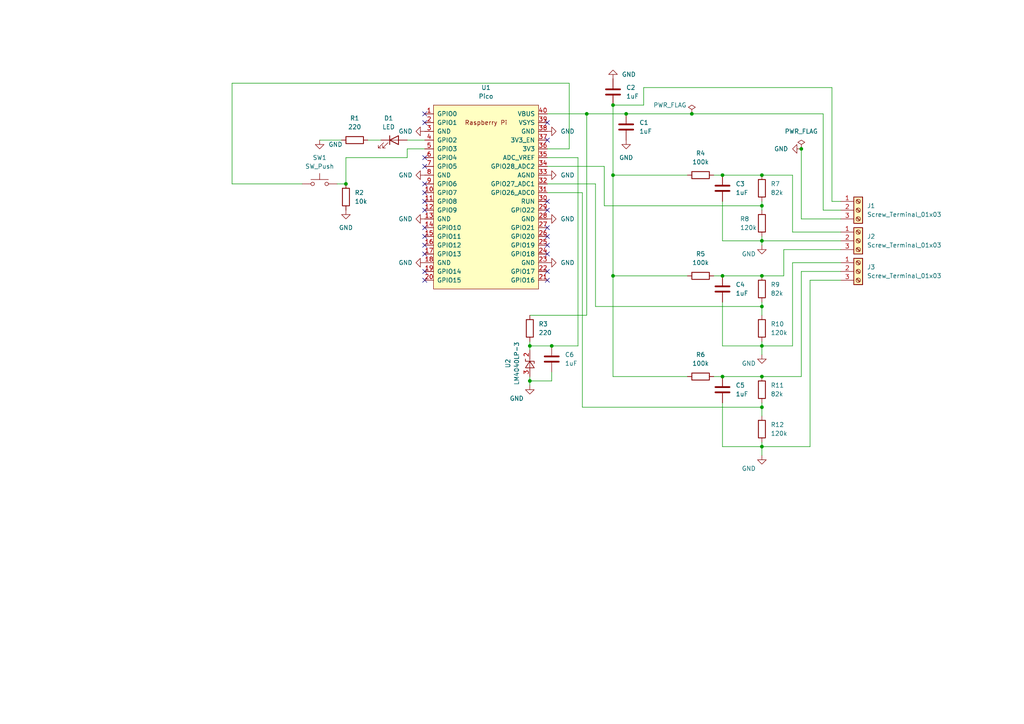
<source format=kicad_sch>
(kicad_sch (version 20211123) (generator eeschema)
  (paper "A4")
  (lib_symbols
    (symbol "Connector:Screw_Terminal_01x03" (pin_names (offset 1.016) hide)
      (property "Reference" "J" (at 0 5.08 0))
      (property "Value" "Screw_Terminal_01x03" (at 0 -5.08 0))
      (symbol "Screw_Terminal_01x03_1_1"
        (rectangle (start -1.27 3.81) (end 1.27 -3.81) (stroke (width 0.254)) (fill (type background)))
        (circle (center 0 -2.54) (radius 0.635) (stroke (width 0.1524)))
        (polyline (pts (xy -0.5334 -2.2098) (xy 0.3302 -3.048)) (stroke (width 0.1524)))
        (polyline (pts (xy -0.5334 0.3302) (xy 0.3302 -0.508)) (stroke (width 0.1524)))
        (polyline (pts (xy -0.5334 2.8702) (xy 0.3302 2.032)) (stroke (width 0.1524)))
        (polyline (pts (xy -0.3556 -2.032) (xy 0.508 -2.8702)) (stroke (width 0.1524)))
        (polyline (pts (xy -0.3556 0.508) (xy 0.508 -0.3302)) (stroke (width 0.1524)))
        (polyline (pts (xy -0.3556 3.048) (xy 0.508 2.2098)) (stroke (width 0.1524)))
        (circle (center 0 0) (radius 0.635) (stroke (width 0.1524)))
        (circle (center 0 2.54) (radius 0.635) (stroke (width 0.1524)))
        (pin passive line (at -5.08 2.54 0) (length 3.81) (name "Pin_1") (number "1"))
        (pin passive line (at -5.08 0 0) (length 3.81) (name "Pin_2") (number "2"))
        (pin passive line (at -5.08 -2.54 0) (length 3.81) (name "Pin_3") (number "3"))
      )
    )
    (symbol "Device:C" (pin_numbers hide) (pin_names (offset 0.254))
      (property "Reference" "C" (at 0.635 2.54 0))
      (property "Value" "C" (at 0.635 -2.54 0))
      (symbol "C_0_1"
        (polyline (pts (xy -2.032 -0.762) (xy 2.032 -0.762)) (stroke (width 0.508)))
        (polyline (pts (xy -2.032 0.762) (xy 2.032 0.762)) (stroke (width 0.508)))
      )
      (symbol "C_1_1"
        (pin passive line (at 0 3.81 270) (length 2.794) (name "~") (number "1"))
        (pin passive line (at 0 -3.81 90) (length 2.794) (name "~") (number "2"))
      )
    )
    (symbol "Device:LED" (pin_numbers hide) (pin_names (offset 1.016) hide)
      (property "Reference" "D" (at 0 2.54 0))
      (property "Value" "LED" (at 0 -2.54 0))
      (symbol "LED_0_1"
        (polyline (pts (xy -1.27 -1.27) (xy -1.27 1.27)) (stroke (width 0.254)))
        (polyline (pts (xy -1.27 0) (xy 1.27 0)))
        (polyline (pts (xy 1.27 -1.27) (xy 1.27 1.27) (xy -1.27 0) (xy 1.27 -1.27)) (stroke (width 0.254)))
        (polyline (pts (xy -3.048 -0.762) (xy -4.572 -2.286) (xy -3.81 -2.286) (xy -4.572 -2.286) (xy -4.572 -1.524)))
        (polyline (pts (xy -1.778 -0.762) (xy -3.302 -2.286) (xy -2.54 -2.286) (xy -3.302 -2.286) (xy -3.302 -1.524)))
      )
      (symbol "LED_1_1"
        (pin passive line (at -3.81 0 0) (length 2.54) (name "K") (number "1"))
        (pin passive line (at 3.81 0 180) (length 2.54) (name "A") (number "2"))
      )
    )
    (symbol "Device:R" (pin_numbers hide) (pin_names (offset 0))
      (property "Reference" "R" (at 2.032 0 90))
      (property "Value" "R" (at 0 0 90))
      (symbol "R_0_1"
        (rectangle (start -1.016 -2.54) (end 1.016 2.54) (stroke (width 0.254)))
      )
      (symbol "R_1_1"
        (pin passive line (at 0 3.81 270) (length 1.27) (name "~") (number "1"))
        (pin passive line (at 0 -3.81 90) (length 1.27) (name "~") (number "2"))
      )
    )
    (symbol "MCU_RaspberryPi_and_Boards:Pico" (pin_names (offset 1.016))
      (property "Reference" "U1" (at 0 31.75 0))
      (property "Value" "Pico" (at 0 29.21 0))
      (symbol "Pico_0_0"
        (text "Raspberry Pi" (at 0 21.59 0) (effects (font (size 1.27 1.27))))
      )
      (symbol "Pico_0_1"
        (rectangle (start -15.24 26.67) (end 15.24 -26.67) (fill (type background)))
      )
      (symbol "Pico_1_1"
        (pin bidirectional line (at -17.78 24.13 0) (length 2.54) (name "GPIO0") (number "1"))
        (pin bidirectional line (at -17.78 1.27 0) (length 2.54) (name "GPIO7") (number "10"))
        (pin bidirectional line (at -17.78 -1.27 0) (length 2.54) (name "GPIO8") (number "11"))
        (pin bidirectional line (at -17.78 -3.81 0) (length 2.54) (name "GPIO9") (number "12"))
        (pin power_in line (at -17.78 -6.35 0) (length 2.54) (name "GND") (number "13"))
        (pin bidirectional line (at -17.78 -8.89 0) (length 2.54) (name "GPIO10") (number "14"))
        (pin bidirectional line (at -17.78 -11.43 0) (length 2.54) (name "GPIO11") (number "15"))
        (pin bidirectional line (at -17.78 -13.97 0) (length 2.54) (name "GPIO12") (number "16"))
        (pin bidirectional line (at -17.78 -16.51 0) (length 2.54) (name "GPIO13") (number "17"))
        (pin power_in line (at -17.78 -19.05 0) (length 2.54) (name "GND") (number "18"))
        (pin bidirectional line (at -17.78 -21.59 0) (length 2.54) (name "GPIO14") (number "19"))
        (pin bidirectional line (at -17.78 21.59 0) (length 2.54) (name "GPIO1") (number "2"))
        (pin bidirectional line (at -17.78 -24.13 0) (length 2.54) (name "GPIO15") (number "20"))
        (pin bidirectional line (at 17.78 -24.13 180) (length 2.54) (name "GPIO16") (number "21"))
        (pin bidirectional line (at 17.78 -21.59 180) (length 2.54) (name "GPIO17") (number "22"))
        (pin power_in line (at 17.78 -19.05 180) (length 2.54) (name "GND") (number "23"))
        (pin bidirectional line (at 17.78 -16.51 180) (length 2.54) (name "GPIO18") (number "24"))
        (pin bidirectional line (at 17.78 -13.97 180) (length 2.54) (name "GPIO19") (number "25"))
        (pin bidirectional line (at 17.78 -11.43 180) (length 2.54) (name "GPIO20") (number "26"))
        (pin bidirectional line (at 17.78 -8.89 180) (length 2.54) (name "GPIO21") (number "27"))
        (pin power_in line (at 17.78 -6.35 180) (length 2.54) (name "GND") (number "28"))
        (pin bidirectional line (at 17.78 -3.81 180) (length 2.54) (name "GPIO22") (number "29"))
        (pin power_in line (at -17.78 19.05 0) (length 2.54) (name "GND") (number "3"))
        (pin input line (at 17.78 -1.27 180) (length 2.54) (name "RUN") (number "30"))
        (pin bidirectional line (at 17.78 1.27 180) (length 2.54) (name "GPIO26_ADC0") (number "31"))
        (pin bidirectional line (at 17.78 3.81 180) (length 2.54) (name "GPIO27_ADC1") (number "32"))
        (pin power_in line (at 17.78 6.35 180) (length 2.54) (name "AGND") (number "33"))
        (pin bidirectional line (at 17.78 8.89 180) (length 2.54) (name "GPIO28_ADC2") (number "34"))
        (pin input line (at 17.78 11.43 180) (length 2.54) (name "ADC_VREF") (number "35"))
        (pin output line (at 17.78 13.97 180) (length 2.54) (name "3V3") (number "36"))
        (pin input line (at 17.78 16.51 180) (length 2.54) (name "3V3_EN") (number "37"))
        (pin bidirectional line (at 17.78 19.05 180) (length 2.54) (name "GND") (number "38"))
        (pin output line (at 17.78 21.59 180) (length 2.54) (name "VSYS") (number "39"))
        (pin bidirectional line (at -17.78 16.51 0) (length 2.54) (name "GPIO2") (number "4"))
        (pin power_in line (at 17.78 24.13 180) (length 2.54) (name "VBUS") (number "40"))
        (pin bidirectional line (at -17.78 13.97 0) (length 2.54) (name "GPIO3") (number "5"))
        (pin bidirectional line (at -17.78 11.43 0) (length 2.54) (name "GPIO4") (number "6"))
        (pin bidirectional line (at -17.78 8.89 0) (length 2.54) (name "GPIO5") (number "7"))
        (pin power_in line (at -17.78 6.35 0) (length 2.54) (name "GND") (number "8"))
        (pin bidirectional line (at -17.78 3.81 0) (length 2.54) (name "GPIO6") (number "9"))
      )
    )
    (symbol "PWR_FLAG_1" (power) (pin_numbers hide) (pin_names (offset 0) hide)
      (property "Value" "PWR_FLAG_1" (at 0 3.81 0))
      (symbol "PWR_FLAG_1_0_0"
        (pin power_out line (at 0 0 90) (length 0) (name "pwr") (number "1"))
      )
      (symbol "PWR_FLAG_1_0_1"
        (polyline (pts (xy 0 0) (xy 0 1.27) (xy -1.016 1.905) (xy 0 2.54) (xy 1.016 1.905) (xy 0 1.27)))
      )
    )
    (symbol "Reference_Voltage:LM4040LP-3" (pin_names (offset 0.0254) hide)
      (property "Reference" "U" (at 0 2.54 0))
      (property "Value" "LM4040LP-3" (at 0 -3.175 0))
      (symbol "LM4040LP-3_0_1"
        (polyline (pts (xy -1.27 0) (xy 0 0) (xy 1.27 0)))
        (polyline (pts (xy -1.27 -1.27) (xy 0.635 0) (xy -1.27 1.27) (xy -1.27 -1.27)) (stroke (width 0.2032)))
        (polyline (pts (xy 0 -1.27) (xy 0.635 -1.27) (xy 0.635 1.27) (xy 1.27 1.27)) (stroke (width 0.2032)))
      )
      (symbol "LM4040LP-3_1_1"
        (pin passive line (at 3.81 0 180) (length 2.54) (name "K") (number "2"))
        (pin passive line (at -3.81 0 0) (length 2.54) (name "A") (number "3"))
      )
    )
    (symbol "Switch:SW_Push" (pin_numbers hide) (pin_names (offset 1.016) hide)
      (property "Reference" "SW" (at 1.27 2.54 0))
      (property "Value" "SW_Push" (at 0 -1.524 0))
      (symbol "SW_Push_0_1"
        (circle (center -2.032 0) (radius 0.508))
        (polyline (pts (xy 0 1.27) (xy 0 3.048)))
        (polyline (pts (xy 2.54 1.27) (xy -2.54 1.27)))
        (circle (center 2.032 0) (radius 0.508))
        (pin passive line (at -5.08 0 0) (length 2.54) (name "1") (number "1"))
        (pin passive line (at 5.08 0 180) (length 2.54) (name "2") (number "2"))
      )
    )
    (symbol "power:GND" (power) (pin_names (offset 0))
      (property "Value" "GND" (at 0 -3.81 0))
      (symbol "GND_0_1"
        (polyline (pts (xy 0 0) (xy 0 -1.27) (xy 1.27 -1.27) (xy 0 -2.54) (xy -1.27 -1.27) (xy 0 -1.27)))
      )
      (symbol "GND_1_1"
        (pin power_in line (at 0 0 270) (length 0) hide (name "GND") (number "1"))
      )
    )
    (symbol "power:PWR_FLAG" (power) (pin_numbers hide) (pin_names (offset 0) hide)
      (property "Value" "PWR_FLAG" (at 0 3.81 0))
      (symbol "PWR_FLAG_0_0"
        (pin power_out line (at 0 0 90) (length 0) (name "pwr") (number "1"))
      )
      (symbol "PWR_FLAG_0_1"
        (polyline (pts (xy 0 0) (xy 0 1.27) (xy -1.016 1.905) (xy 0 2.54) (xy 1.016 1.905) (xy 0 1.27)))
      )
    )
  )
  (junction (at 153.67 110.49))
  (junction (at 232.41 43.18))
  (junction (at 220.98 50.8))
  (junction (at 177.8 30.48))
  (junction (at 220.98 69.85))
  (junction (at 220.98 80.01))
  (junction (at 209.55 50.8))
  (junction (at 200.66 33.02))
  (junction (at 220.98 109.22))
  (junction (at 209.55 80.01))
  (junction (at 220.98 118.11))
  (junction (at 177.8 50.8))
  (junction (at 177.8 80.01))
  (junction (at 160.02 100.33))
  (junction (at 181.61 33.02))
  (junction (at 220.98 88.9))
  (junction (at 153.67 100.33))
  (junction (at 170.18 33.02))
  (junction (at 220.98 59.69))
  (junction (at 220.98 100.33))
  (junction (at 209.55 109.22))
  (junction (at 100.33 53.34))
  (junction (at 220.98 129.54))
  (no_connect (at 123.19 33.02))
  (no_connect (at 158.75 60.96))
  (no_connect (at 158.75 78.74))
  (no_connect (at 123.19 45.72))
  (no_connect (at 158.75 35.56))
  (no_connect (at 123.19 66.04))
  (no_connect (at 158.75 81.28))
  (no_connect (at 158.75 58.42))
  (no_connect (at 123.19 48.26))
  (no_connect (at 158.75 66.04))
  (no_connect (at 123.19 55.88))
  (no_connect (at 123.19 53.34))
  (no_connect (at 123.19 73.66))
  (no_connect (at 123.19 58.42))
  (no_connect (at 123.19 81.28))
  (no_connect (at 123.19 60.96))
  (no_connect (at 158.75 71.12))
  (no_connect (at 123.19 68.58))
  (no_connect (at 123.19 35.56))
  (no_connect (at 123.19 78.74))
  (no_connect (at 158.75 68.58))
  (no_connect (at 158.75 73.66))
  (no_connect (at 158.75 40.64))
  (no_connect (at 123.19 71.12))
  (wire (pts (xy 118.11 45.72) (xy 100.33 45.72)))
  (wire (pts (xy 220.98 59.69) (xy 175.26 59.69)))
  (wire (pts (xy 118.11 43.18) (xy 118.11 45.72)))
  (wire (pts (xy 243.84 78.74) (xy 232.41 78.74)))
  (wire (pts (xy 186.69 30.48) (xy 186.69 25.4)))
  (wire (pts (xy 158.75 33.02) (xy 170.18 33.02)))
  (wire (pts (xy 153.67 91.44) (xy 170.18 91.44)))
  (wire (pts (xy 172.72 53.34) (xy 158.75 53.34)))
  (wire (pts (xy 220.98 88.9) (xy 172.72 88.9)))
  (wire (pts (xy 238.76 33.02) (xy 200.66 33.02)))
  (wire (pts (xy 220.98 59.69) (xy 220.98 60.96)))
  (wire (pts (xy 160.02 110.49) (xy 153.67 110.49)))
  (wire (pts (xy 209.55 69.85) (xy 209.55 58.42)))
  (wire (pts (xy 243.84 63.5) (xy 232.41 63.5)))
  (wire (pts (xy 207.01 109.22) (xy 209.55 109.22)))
  (wire (pts (xy 220.98 50.8) (xy 229.87 50.8)))
  (wire (pts (xy 220.98 87.63) (xy 220.98 88.9)))
  (wire (pts (xy 181.61 33.02) (xy 200.66 33.02)))
  (wire (pts (xy 220.98 69.85) (xy 209.55 69.85)))
  (wire (pts (xy 158.75 43.18) (xy 165.1 43.18)))
  (wire (pts (xy 175.26 59.69) (xy 175.26 48.26)))
  (wire (pts (xy 153.67 100.33) (xy 160.02 100.33)))
  (wire (pts (xy 220.98 88.9) (xy 220.98 91.44)))
  (wire (pts (xy 168.91 55.88) (xy 158.75 55.88)))
  (wire (pts (xy 100.33 45.72) (xy 100.33 53.34)))
  (wire (pts (xy 238.76 60.96) (xy 238.76 33.02)))
  (wire (pts (xy 170.18 33.02) (xy 181.61 33.02)))
  (wire (pts (xy 232.41 63.5) (xy 232.41 43.18)))
  (wire (pts (xy 106.68 40.64) (xy 110.49 40.64)))
  (wire (pts (xy 227.33 72.39) (xy 227.33 80.01)))
  (wire (pts (xy 199.39 109.22) (xy 177.8 109.22)))
  (wire (pts (xy 92.71 40.64) (xy 99.06 40.64)))
  (wire (pts (xy 177.8 80.01) (xy 177.8 50.8)))
  (wire (pts (xy 160.02 100.33) (xy 167.64 100.33)))
  (wire (pts (xy 175.26 48.26) (xy 158.75 48.26)))
  (wire (pts (xy 241.3 25.4) (xy 241.3 58.42)))
  (wire (pts (xy 168.91 118.11) (xy 168.91 55.88)))
  (wire (pts (xy 229.87 67.31) (xy 243.84 67.31)))
  (wire (pts (xy 186.69 25.4) (xy 241.3 25.4)))
  (wire (pts (xy 207.01 50.8) (xy 209.55 50.8)))
  (wire (pts (xy 220.98 69.85) (xy 220.98 71.12)))
  (wire (pts (xy 243.84 72.39) (xy 227.33 72.39)))
  (wire (pts (xy 229.87 76.2) (xy 229.87 100.33)))
  (wire (pts (xy 153.67 110.49) (xy 153.67 111.76)))
  (wire (pts (xy 232.41 109.22) (xy 220.98 109.22)))
  (wire (pts (xy 209.55 109.22) (xy 220.98 109.22)))
  (wire (pts (xy 207.01 80.01) (xy 209.55 80.01)))
  (wire (pts (xy 177.8 50.8) (xy 199.39 50.8)))
  (wire (pts (xy 220.98 129.54) (xy 220.98 132.08)))
  (wire (pts (xy 220.98 69.85) (xy 243.84 69.85)))
  (wire (pts (xy 220.98 99.06) (xy 220.98 100.33)))
  (wire (pts (xy 177.8 109.22) (xy 177.8 80.01)))
  (wire (pts (xy 243.84 60.96) (xy 238.76 60.96)))
  (wire (pts (xy 227.33 80.01) (xy 220.98 80.01)))
  (wire (pts (xy 220.98 118.11) (xy 168.91 118.11)))
  (wire (pts (xy 172.72 88.9) (xy 172.72 53.34)))
  (wire (pts (xy 209.55 87.63) (xy 209.55 100.33)))
  (wire (pts (xy 209.55 129.54) (xy 209.55 116.84)))
  (wire (pts (xy 153.67 100.33) (xy 153.67 101.6)))
  (wire (pts (xy 241.3 58.42) (xy 243.84 58.42)))
  (wire (pts (xy 97.79 53.34) (xy 100.33 53.34)))
  (wire (pts (xy 220.98 118.11) (xy 220.98 120.65)))
  (wire (pts (xy 123.19 43.18) (xy 118.11 43.18)))
  (wire (pts (xy 220.98 100.33) (xy 220.98 102.87)))
  (wire (pts (xy 170.18 91.44) (xy 170.18 33.02)))
  (wire (pts (xy 243.84 76.2) (xy 229.87 76.2)))
  (wire (pts (xy 220.98 129.54) (xy 209.55 129.54)))
  (wire (pts (xy 209.55 80.01) (xy 220.98 80.01)))
  (wire (pts (xy 234.95 129.54) (xy 220.98 129.54)))
  (wire (pts (xy 234.95 81.28) (xy 234.95 129.54)))
  (wire (pts (xy 167.64 100.33) (xy 167.64 45.72)))
  (wire (pts (xy 243.84 81.28) (xy 234.95 81.28)))
  (wire (pts (xy 167.64 45.72) (xy 158.75 45.72)))
  (wire (pts (xy 232.41 78.74) (xy 232.41 109.22)))
  (wire (pts (xy 67.31 53.34) (xy 87.63 53.34)))
  (wire (pts (xy 177.8 50.8) (xy 177.8 30.48)))
  (wire (pts (xy 165.1 43.18) (xy 165.1 24.13)))
  (wire (pts (xy 220.98 58.42) (xy 220.98 59.69)))
  (wire (pts (xy 177.8 30.48) (xy 186.69 30.48)))
  (wire (pts (xy 220.98 116.84) (xy 220.98 118.11)))
  (wire (pts (xy 67.31 24.13) (xy 67.31 53.34)))
  (wire (pts (xy 118.11 40.64) (xy 123.19 40.64)))
  (wire (pts (xy 209.55 50.8) (xy 220.98 50.8)))
  (wire (pts (xy 153.67 109.22) (xy 153.67 110.49)))
  (wire (pts (xy 165.1 24.13) (xy 67.31 24.13)))
  (wire (pts (xy 153.67 99.06) (xy 153.67 100.33)))
  (wire (pts (xy 160.02 107.95) (xy 160.02 110.49)))
  (wire (pts (xy 220.98 68.58) (xy 220.98 69.85)))
  (wire (pts (xy 177.8 80.01) (xy 199.39 80.01)))
  (wire (pts (xy 209.55 100.33) (xy 220.98 100.33)))
  (wire (pts (xy 220.98 100.33) (xy 229.87 100.33)))
  (wire (pts (xy 229.87 50.8) (xy 229.87 67.31)))
  (wire (pts (xy 220.98 128.27) (xy 220.98 129.54)))
  (symbol (lib_id "power:GND") (at 220.98 132.08 0) (unit 1)
    (property "Reference" "#PWR017" (effects hide))
    (property "Value" "GND" (at 217.17 135.89 0))
  )
  (symbol (lib_id "power:GND") (at 123.19 38.1 270) (unit 1)
    (property "Reference" "#PWR03" (effects hide))
    (property "Value" "GND" (at 115.57 38.1 90) (effects (justify left)))
  )
  (symbol (lib_id "Device:R") (at 100.33 57.15 0) (unit 1)
    (property "Reference" "R2" (at 102.87 55.8799 0) (effects (justify left)))
    (property "Value" "10k" (at 102.87 58.4199 0) (effects (justify left)))
    (property "Footprint" "Resistor_SMD:R_1206_3216Metric_Pad1.30x1.75mm_HandSolder" (effects hide))
  )
  (symbol (lib_id "Device:C") (at 181.61 36.83 0) (unit 1)
    (property "Reference" "C1" (at 185.42 35.5599 0) (effects (justify left)))
    (property "Value" "1uF" (at 185.42 38.0999 0) (effects (justify left)))
    (property "Footprint" "Capacitor_SMD:C_1206_3216Metric_Pad1.33x1.80mm_HandSolder" (effects hide))
  )
  (symbol (lib_id "MCU_RaspberryPi_and_Boards:Pico") (at 140.97 57.15 0) (unit 1)
    (property "Reference" "U1" (at 140.97 25.4 0))
    (property "Value" "Pico" (at 140.97 27.94 0))
    (property "Footprint" "MCU_RaspberryPi_and_Boards:RPi_Pico_SMD_TH" (effects hide))
  )
  (symbol (lib_id "power:GND") (at 158.75 50.8 90) (unit 1)
    (property "Reference" "#PWR08" (effects hide))
    (property "Value" "GND" (at 162.56 50.7999 90) (effects (justify right)))
  )
  (symbol (lib_id "power:GND") (at 220.98 102.87 0) (unit 1)
    (property "Reference" "#PWR016" (effects hide))
    (property "Value" "GND" (at 217.17 105.41 0))
  )
  (symbol (lib_id "power:GND") (at 92.71 40.64 0) (unit 1)
    (property "Reference" "#PWR01" (effects hide))
    (property "Value" "GND" (at 95.25 41.9099 0) (effects (justify left)))
  )
  (symbol (lib_id "power:GND") (at 123.19 50.8 270) (unit 1)
    (property "Reference" "#PWR04" (effects hide))
    (property "Value" "GND" (at 115.57 50.8 90) (effects (justify left)))
  )
  (symbol (lib_id "Connector:Screw_Terminal_01x03") (at 248.92 69.85 0) (unit 1)
    (property "Reference" "J2" (at 251.46 68.5799 0) (effects (justify left)))
    (property "Value" "Screw_Terminal_01x03" (at 251.46 71.1199 0) (effects (justify left)))
    (property "Footprint" "TerminalBlock:TerminalBlock_bornier-3_P5.08mm" (effects hide))
  )
  (symbol (lib_id "power:PWR_FLAG") (at 200.66 33.02 0) (unit 1)
    (property "Reference" "#FLG02" (effects hide))
    (property "Value" "PWR_FLAG" (at 194.31 30.48 0))
  )
  (symbol (lib_id "Device:R") (at 153.67 95.25 0) (unit 1)
    (property "Reference" "R3" (at 156.21 93.9799 0) (effects (justify left)))
    (property "Value" "220" (at 156.21 96.5199 0) (effects (justify left)))
    (property "Footprint" "Resistor_SMD:R_1206_3216Metric_Pad1.30x1.75mm_HandSolder" (effects hide))
  )
  (symbol (lib_id "power:GND") (at 123.19 76.2 270) (unit 1)
    (property "Reference" "#PWR06" (effects hide))
    (property "Value" "GND" (at 115.57 76.2 90) (effects (justify left)))
  )
  (symbol (lib_id "Device:C") (at 177.8 26.67 0) (unit 1)
    (property "Reference" "C2" (at 181.61 25.3999 0) (effects (justify left)))
    (property "Value" "1uF" (at 181.61 27.9399 0) (effects (justify left)))
    (property "Footprint" "Capacitor_SMD:C_1206_3216Metric_Pad1.33x1.80mm_HandSolder" (effects hide))
  )
  (symbol (lib_id "power:GND") (at 153.67 111.76 0) (unit 1)
    (property "Reference" "#PWR013" (effects hide))
    (property "Value" "GND" (at 149.86 115.57 0))
  )
  (symbol (lib_id "Device:R") (at 220.98 54.61 0) (unit 1)
    (property "Reference" "R7" (at 223.52 53.3399 0) (effects (justify left)))
    (property "Value" "82k" (at 223.52 55.8799 0) (effects (justify left)))
    (property "Footprint" "Resistor_SMD:R_1206_3216Metric_Pad1.30x1.75mm_HandSolder" (effects hide))
  )
  (symbol (lib_id "Device:C") (at 209.55 83.82 0) (unit 1)
    (property "Reference" "C4" (at 213.36 82.5499 0) (effects (justify left)))
    (property "Value" "1uF" (at 213.36 85.0899 0) (effects (justify left)))
    (property "Footprint" "Capacitor_SMD:C_1206_3216Metric_Pad1.33x1.80mm_HandSolder" (effects hide))
  )
  (symbol (lib_id "Device:C") (at 209.55 113.03 0) (unit 1)
    (property "Reference" "C5" (at 213.36 111.7599 0) (effects (justify left)))
    (property "Value" "1uF" (at 213.36 114.2999 0) (effects (justify left)))
    (property "Footprint" "Capacitor_SMD:C_1206_3216Metric_Pad1.33x1.80mm_HandSolder" (effects hide))
  )
  (symbol (lib_id "power:GND") (at 220.98 71.12 0) (unit 1)
    (property "Reference" "#PWR015" (effects hide))
    (property "Value" "GND" (at 217.17 73.66 0))
  )
  (symbol (lib_id "power:GND") (at 123.19 63.5 270) (unit 1)
    (property "Reference" "#PWR05" (effects hide))
    (property "Value" "GND" (at 115.57 63.5 90) (effects (justify left)))
  )
  (symbol (lib_id "Device:R") (at 102.87 40.64 90) (unit 1)
    (property "Reference" "R1" (at 102.87 34.29 90))
    (property "Value" "220" (at 102.87 36.83 90))
    (property "Footprint" "Resistor_SMD:R_1206_3216Metric_Pad1.30x1.75mm_HandSolder" (effects hide))
  )
  (symbol (lib_id "Device:R") (at 220.98 64.77 0) (unit 1)
    (property "Reference" "R8" (at 214.63 63.5 0) (effects (justify left)))
    (property "Value" "120k" (at 214.63 66.04 0) (effects (justify left)))
    (property "Footprint" "Resistor_SMD:R_1206_3216Metric_Pad1.30x1.75mm_HandSolder" (effects hide))
  )
  (symbol (lib_id "Connector:Screw_Terminal_01x03") (at 248.92 60.96 0) (unit 1)
    (property "Reference" "J1" (at 251.46 59.6899 0) (effects (justify left)))
    (property "Value" "Screw_Terminal_01x03" (at 251.46 62.2299 0) (effects (justify left)))
    (property "Footprint" "TerminalBlock:TerminalBlock_bornier-3_P5.08mm" (effects hide))
  )
  (symbol (lib_id "Device:R") (at 220.98 124.46 0) (unit 1)
    (property "Reference" "R12" (at 223.52 123.1899 0) (effects (justify left)))
    (property "Value" "120k" (at 223.52 125.7299 0) (effects (justify left)))
    (property "Footprint" "Resistor_SMD:R_1206_3216Metric_Pad1.30x1.75mm_HandSolder" (effects hide))
  )
  (symbol (lib_id "Device:C") (at 160.02 104.14 0) (unit 1)
    (property "Reference" "C6" (at 163.83 102.8699 0) (effects (justify left)))
    (property "Value" "1uF" (at 163.83 105.4099 0) (effects (justify left)))
    (property "Footprint" "Capacitor_SMD:C_1206_3216Metric_Pad1.33x1.80mm_HandSolder" (effects hide))
  )
  (symbol (lib_id "Device:C") (at 209.55 54.61 0) (unit 1)
    (property "Reference" "C3" (at 213.36 53.3399 0) (effects (justify left)))
    (property "Value" "1uF" (at 213.36 55.8799 0) (effects (justify left)))
    (property "Footprint" "Capacitor_SMD:C_1206_3216Metric_Pad1.33x1.80mm_HandSolder" (effects hide))
  )
  (symbol (lib_id "Switch:SW_Push") (at 92.71 53.34 0) (unit 1)
    (property "Reference" "SW1" (at 92.71 45.72 0))
    (property "Value" "SW_Push" (at 92.71 48.26 0))
    (property "Footprint" "Button_Switch_THT:SW_PUSH_6mm" (effects hide))
  )
  (symbol (lib_id "Connector:Screw_Terminal_01x03") (at 248.92 78.74 0) (unit 1)
    (property "Reference" "J3" (at 251.46 77.4699 0) (effects (justify left)))
    (property "Value" "Screw_Terminal_01x03" (at 251.46 80.0099 0) (effects (justify left)))
    (property "Footprint" "TerminalBlock:TerminalBlock_bornier-3_P5.08mm" (effects hide))
  )
  (symbol (lib_id "power:GND") (at 181.61 40.64 0) (unit 1)
    (property "Reference" "#PWR011" (effects hide))
    (property "Value" "GND" (at 181.61 45.72 0))
  )
  (symbol (lib_id "Reference_Voltage:LM4040LP-3") (at 153.67 105.41 90) (unit 1)
    (property "Reference" "U2" (at 147.32 105.41 0))
    (property "Value" "LM4040LP-3" (at 149.86 105.41 0))
    (property "Footprint" "Package_TO_SOT_THT:TO-92_Inline" (effects hide))
    (property "Datasheet" "http://www.ti.com/lit/ds/symlink/lm4040-n.pdf" (effects hide))
  )
  (symbol (lib_name "PWR_FLAG_1") (lib_id "power:PWR_FLAG") (at 232.41 43.18 0) (unit 1)
    (property "Reference" "#FLG01" (effects hide))
    (property "Value" "PWR_FLAG" (at 232.41 38.1 0))
  )
  (symbol (lib_id "Device:R") (at 203.2 80.01 270) (unit 1)
    (property "Reference" "R5" (at 203.2 73.66 90))
    (property "Value" "100k" (at 203.2 76.2 90))
    (property "Footprint" "Resistor_SMD:R_1206_3216Metric_Pad1.30x1.75mm_HandSolder" (effects hide))
  )
  (symbol (lib_id "power:GND") (at 158.75 38.1 90) (unit 1)
    (property "Reference" "#PWR07" (effects hide))
    (property "Value" "GND" (at 162.56 38.0999 90) (effects (justify right)))
  )
  (symbol (lib_id "Device:R") (at 203.2 109.22 270) (unit 1)
    (property "Reference" "R6" (at 203.2 102.87 90))
    (property "Value" "100k" (at 203.2 105.41 90))
    (property "Footprint" "Resistor_SMD:R_1206_3216Metric_Pad1.30x1.75mm_HandSolder" (effects hide))
  )
  (symbol (lib_id "power:GND") (at 100.33 60.96 0) (unit 1)
    (property "Reference" "#PWR02" (effects hide))
    (property "Value" "GND" (at 100.33 66.04 0))
  )
  (symbol (lib_id "Device:R") (at 220.98 83.82 0) (unit 1)
    (property "Reference" "R9" (at 223.52 82.5499 0) (effects (justify left)))
    (property "Value" "82k" (at 223.52 85.0899 0) (effects (justify left)))
    (property "Footprint" "Resistor_SMD:R_1206_3216Metric_Pad1.30x1.75mm_HandSolder" (effects hide))
  )
  (symbol (lib_id "power:GND") (at 158.75 63.5 90) (unit 1)
    (property "Reference" "#PWR09" (effects hide))
    (property "Value" "GND" (at 162.56 63.4999 90) (effects (justify right)))
  )
  (symbol (lib_id "Device:R") (at 220.98 95.25 0) (unit 1)
    (property "Reference" "R10" (at 223.52 93.9799 0) (effects (justify left)))
    (property "Value" "120k" (at 223.52 96.5199 0) (effects (justify left)))
    (property "Footprint" "Resistor_SMD:R_1206_3216Metric_Pad1.30x1.75mm_HandSolder" (effects hide))
  )
  (symbol (lib_id "Device:R") (at 203.2 50.8 270) (unit 1)
    (property "Reference" "R4" (at 203.2 44.45 90))
    (property "Value" "100k" (at 203.2 46.99 90))
    (property "Footprint" "Resistor_SMD:R_1206_3216Metric_Pad1.30x1.75mm_HandSolder" (effects hide))
  )
  (symbol (lib_id "power:GND") (at 158.75 76.2 90) (unit 1)
    (property "Reference" "#PWR010" (effects hide))
    (property "Value" "GND" (at 162.56 76.1999 90) (effects (justify right)))
  )
  (symbol (lib_id "power:GND") (at 177.8 22.86 180) (unit 1)
    (property "Reference" "#PWR014" (effects hide))
    (property "Value" "GND" (at 180.34 21.5899 0) (effects (justify right)))
  )
  (symbol (lib_id "Device:LED") (at 114.3 40.64 0) (unit 1)
    (property "Reference" "D1" (at 112.7125 34.29 0))
    (property "Value" "LED" (at 112.7125 36.83 0))
    (property "Footprint" "LED_THT:LED_D5.0mm" (effects hide))
  )
  (symbol (lib_id "Device:R") (at 220.98 113.03 0) (unit 1)
    (property "Reference" "R11" (at 223.52 111.7599 0) (effects (justify left)))
    (property "Value" "82k" (at 223.52 114.2999 0) (effects (justify left)))
    (property "Footprint" "Resistor_SMD:R_1206_3216Metric_Pad1.30x1.75mm_HandSolder" (effects hide))
  )
  (symbol (lib_id "power:GND") (at 232.41 43.18 270) (unit 1)
    (property "Reference" "#PWR012" (effects hide))
    (property "Value" "GND" (at 228.6 43.1799 90) (effects (justify right)))
  )
)
</source>
